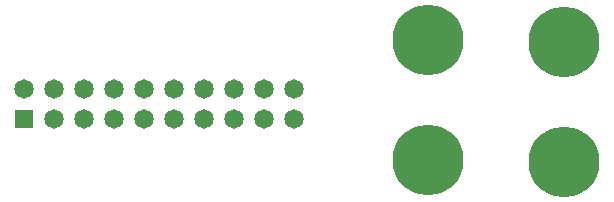
<source format=gbr>
%TF.GenerationSoftware,KiCad,Pcbnew,(5.1.6)-1*%
%TF.CreationDate,2021-12-15T21:30:18+00:00*%
%TF.ProjectId,elegoo_mars_heater,656c6567-6f6f-45f6-9d61-72735f686561,rev?*%
%TF.SameCoordinates,Original*%
%TF.FileFunction,Copper,L2,Bot*%
%TF.FilePolarity,Positive*%
%FSLAX46Y46*%
G04 Gerber Fmt 4.6, Leading zero omitted, Abs format (unit mm)*
G04 Created by KiCad (PCBNEW (5.1.6)-1) date 2021-12-15 21:30:18*
%MOMM*%
%LPD*%
G01*
G04 APERTURE LIST*
%TA.AperFunction,ComponentPad*%
%ADD10C,6.000000*%
%TD*%
%TA.AperFunction,ComponentPad*%
%ADD11C,1.650000*%
%TD*%
%TA.AperFunction,ComponentPad*%
%ADD12R,1.650000X1.650000*%
%TD*%
G04 APERTURE END LIST*
D10*
%TO.P,J4,2*%
%TO.N,Net-(J3-Pad2)*%
X189776000Y-69654000D03*
%TO.P,J4,1*%
%TO.N,Net-(J3-Pad1)*%
X189776000Y-79814000D03*
%TD*%
%TO.P,J3,2*%
%TO.N,Net-(J3-Pad2)*%
X178276000Y-69494000D03*
%TO.P,J3,1*%
%TO.N,Net-(J3-Pad1)*%
X178276000Y-79654000D03*
%TD*%
D11*
%TO.P,J5,20*%
%TO.N,Net-(J3-Pad2)*%
X166976000Y-73614000D03*
%TO.P,J5,19*%
%TO.N,Net-(J3-Pad1)*%
X166976000Y-76154000D03*
%TO.P,J5,18*%
%TO.N,Net-(J3-Pad2)*%
X164436000Y-73614000D03*
%TO.P,J5,17*%
%TO.N,Net-(J3-Pad1)*%
X164436000Y-76154000D03*
%TO.P,J5,16*%
%TO.N,Net-(J3-Pad2)*%
X161896000Y-73614000D03*
%TO.P,J5,15*%
%TO.N,Net-(J3-Pad1)*%
X161896000Y-76154000D03*
%TO.P,J5,14*%
%TO.N,Net-(J3-Pad2)*%
X159356000Y-73614000D03*
%TO.P,J5,13*%
%TO.N,Net-(J3-Pad1)*%
X159356000Y-76154000D03*
%TO.P,J5,12*%
%TO.N,Net-(J3-Pad2)*%
X156816000Y-73614000D03*
%TO.P,J5,11*%
%TO.N,Net-(J3-Pad1)*%
X156816000Y-76154000D03*
%TO.P,J5,10*%
%TO.N,Net-(J3-Pad2)*%
X154276000Y-73614000D03*
%TO.P,J5,9*%
%TO.N,Net-(J3-Pad1)*%
X154276000Y-76154000D03*
%TO.P,J5,8*%
%TO.N,Net-(J3-Pad2)*%
X151736000Y-73614000D03*
%TO.P,J5,7*%
%TO.N,Net-(J3-Pad1)*%
X151736000Y-76154000D03*
%TO.P,J5,6*%
%TO.N,Net-(J3-Pad2)*%
X149196000Y-73614000D03*
%TO.P,J5,5*%
%TO.N,Net-(J3-Pad1)*%
X149196000Y-76154000D03*
%TO.P,J5,4*%
%TO.N,Net-(J3-Pad2)*%
X146656000Y-73614000D03*
%TO.P,J5,3*%
%TO.N,Net-(J3-Pad1)*%
X146656000Y-76154000D03*
%TO.P,J5,2*%
%TO.N,Net-(J3-Pad2)*%
X144116000Y-73614000D03*
D12*
%TO.P,J5,1*%
%TO.N,Net-(J3-Pad1)*%
X144116000Y-76154000D03*
%TD*%
M02*

</source>
